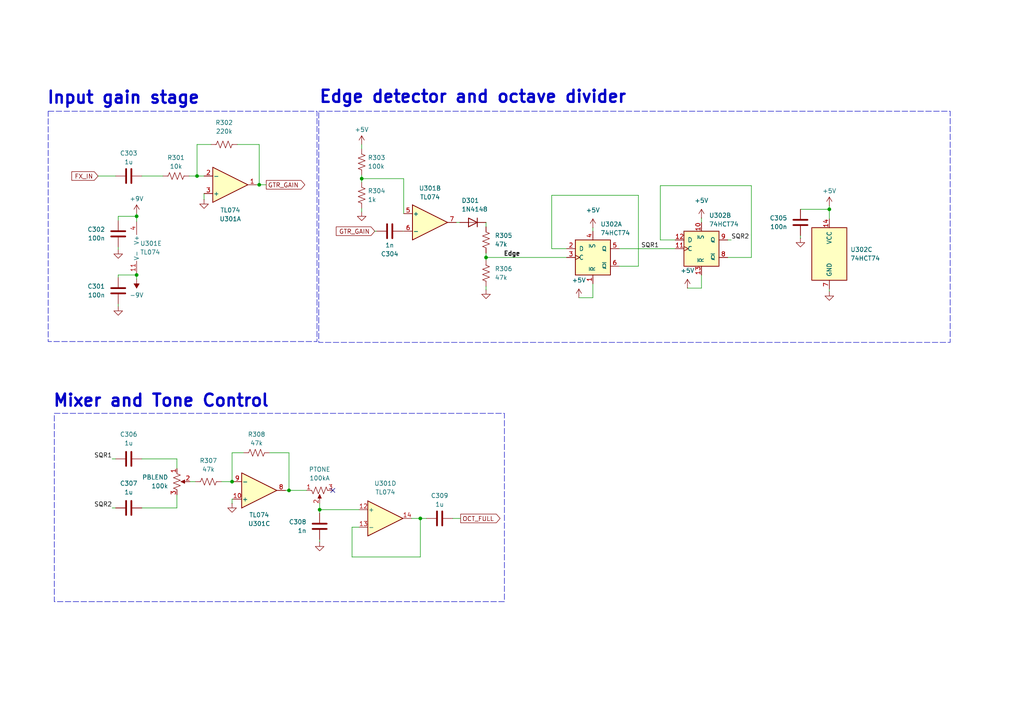
<source format=kicad_sch>
(kicad_sch (version 20231120) (generator "eeschema") (generator_version "8.0")
  (paper "A4")
  (lib_symbols
    (symbol "74xx:74HCT74" (pin_names (offset 1.016))
      (property "Reference" "U" (at -7.62 8.89 0))
      (property "Value" "74HCT74" (at -7.62 -8.89 0))
      (symbol "74HCT74_1_0"
        (pin input line (at 0 -7.62 90) (length 2.54) (name "~{R}") (number "1"))
        (pin input line (at -7.62 2.54 0) (length 2.54) (name "D") (number "2"))
        (pin input clock (at -7.62 0 0) (length 2.54) (name "C") (number "3"))
        (pin input line (at 0 7.62 270) (length 2.54) (name "~{S}") (number "4"))
        (pin output line (at 7.62 2.54 180) (length 2.54) (name "Q") (number "5"))
        (pin output line (at 7.62 -2.54 180) (length 2.54) (name "~{Q}") (number "6"))
      )
      (symbol "74HCT74_1_1"
        (rectangle (start -5.08 5.08) (end 5.08 -5.08) (stroke (width 0.254)) (fill (type background)))
      )
      (symbol "74HCT74_2_0"
        (pin input line (at 0 7.62 270) (length 2.54) (name "~{S}") (number "10"))
        (pin input clock (at -7.62 0 0) (length 2.54) (name "C") (number "11"))
        (pin input line (at -7.62 2.54 0) (length 2.54) (name "D") (number "12"))
        (pin input line (at 0 -7.62 90) (length 2.54) (name "~{R}") (number "13"))
        (pin output line (at 7.62 -2.54 180) (length 2.54) (name "~{Q}") (number "8"))
        (pin output line (at 7.62 2.54 180) (length 2.54) (name "Q") (number "9"))
      )
      (symbol "74HCT74_2_1"
        (rectangle (start -5.08 5.08) (end 5.08 -5.08) (stroke (width 0.254)) (fill (type background)))
      )
      (symbol "74HCT74_3_0"
        (pin power_in line (at 0 10.16 270) (length 2.54) (name "VCC") (number "14"))
        (pin power_in line (at 0 -10.16 90) (length 2.54) (name "GND") (number "7"))
      )
      (symbol "74HCT74_3_1"
        (rectangle (start -5.08 7.62) (end 5.08 -7.62) (stroke (width 0.254)) (fill (type background)))
      )
    )
    (symbol "Amplifier_Operational:TL074" (pin_names (offset 0.127))
      (property "Reference" "U" (at 0 5.08 0))
      (property "Value" "TL074" (at 0 -5.08 0))
      (symbol "TL074_1_1"
        (polyline (pts (xy -5.08 5.08) (xy 5.08 0) (xy -5.08 -5.08) (xy -5.08 5.08)) (stroke (width 0.254)) (fill (type background)))
        (pin output line (at 7.62 0 180) (length 2.54) (name "~") (number "1"))
        (pin input line (at -7.62 -2.54 0) (length 2.54) (name "-") (number "2"))
        (pin input line (at -7.62 2.54 0) (length 2.54) (name "+") (number "3"))
      )
      (symbol "TL074_2_1"
        (polyline (pts (xy -5.08 5.08) (xy 5.08 0) (xy -5.08 -5.08) (xy -5.08 5.08)) (stroke (width 0.254)) (fill (type background)))
        (pin input line (at -7.62 2.54 0) (length 2.54) (name "+") (number "5"))
        (pin input line (at -7.62 -2.54 0) (length 2.54) (name "-") (number "6"))
        (pin output line (at 7.62 0 180) (length 2.54) (name "~") (number "7"))
      )
      (symbol "TL074_3_1"
        (polyline (pts (xy -5.08 5.08) (xy 5.08 0) (xy -5.08 -5.08) (xy -5.08 5.08)) (stroke (width 0.254)) (fill (type background)))
        (pin input line (at -7.62 2.54 0) (length 2.54) (name "+") (number "10"))
        (pin output line (at 7.62 0 180) (length 2.54) (name "~") (number "8"))
        (pin input line (at -7.62 -2.54 0) (length 2.54) (name "-") (number "9"))
      )
      (symbol "TL074_4_1"
        (polyline (pts (xy -5.08 5.08) (xy 5.08 0) (xy -5.08 -5.08) (xy -5.08 5.08)) (stroke (width 0.254)) (fill (type background)))
        (pin input line (at -7.62 2.54 0) (length 2.54) (name "+") (number "12"))
        (pin input line (at -7.62 -2.54 0) (length 2.54) (name "-") (number "13"))
        (pin output line (at 7.62 0 180) (length 2.54) (name "~") (number "14"))
      )
      (symbol "TL074_5_1"
        (pin power_in line (at -2.54 -7.62 90) (length 3.81) (name "V-") (number "11"))
        (pin power_in line (at -2.54 7.62 270) (length 3.81) (name "V+") (number "4"))
      )
    )
    (symbol "Device:C" (pin_numbers hide) (pin_names (offset 0.254))
      (property "Reference" "C" (at 0.635 2.54 0))
      (property "Value" "C" (at 0.635 -2.54 0))
      (symbol "C_0_1"
        (polyline (pts (xy -2.032 -0.762) (xy 2.032 -0.762)) (stroke (width 0.508)))
        (polyline (pts (xy -2.032 0.762) (xy 2.032 0.762)) (stroke (width 0.508)))
      )
      (symbol "C_1_1"
        (pin passive line (at 0 3.81 270) (length 2.794) (name "~") (number "1"))
        (pin passive line (at 0 -3.81 90) (length 2.794) (name "~") (number "2"))
      )
    )
    (symbol "Device:R_Potentiometer_US" (pin_names (offset 1.016) hide)
      (property "Reference" "RV" (at -4.445 0 90))
      (property "Value" "R_Potentiometer_US" (at -2.54 0 90))
      (symbol "R_Potentiometer_US_0_1"
        (polyline (pts (xy 0 -2.286) (xy 0 -2.54)))
        (polyline (pts (xy 0 2.54) (xy 0 2.286)))
        (polyline (pts (xy 2.54 0) (xy 1.524 0)))
        (polyline (pts (xy 1.143 0) (xy 2.286 0.508) (xy 2.286 -0.508) (xy 1.143 0)) (fill (type outline)))
        (polyline (pts (xy 0 -0.762) (xy 1.016 -1.143) (xy 0 -1.524) (xy -1.016 -1.905) (xy 0 -2.286)))
        (polyline (pts (xy 0 0.762) (xy 1.016 0.381) (xy 0 0) (xy -1.016 -0.381) (xy 0 -0.762)))
        (polyline (pts (xy 0 2.286) (xy 1.016 1.905) (xy 0 1.524) (xy -1.016 1.143) (xy 0 0.762)))
      )
      (symbol "R_Potentiometer_US_1_1"
        (pin passive line (at 0 3.81 270) (length 1.27) (name "1") (number "1"))
        (pin passive line (at 3.81 0 180) (length 1.27) (name "2") (number "2"))
        (pin passive line (at 0 -3.81 90) (length 1.27) (name "3") (number "3"))
      )
    )
    (symbol "Device:R_US" (pin_numbers hide) (pin_names (offset 0))
      (property "Reference" "R" (at 2.54 0 90))
      (property "Value" "R_US" (at -2.54 0 90))
      (symbol "R_US_0_1"
        (polyline (pts (xy 0 -2.286) (xy 0 -2.54)))
        (polyline (pts (xy 0 2.286) (xy 0 2.54)))
        (polyline (pts (xy 0 -0.762) (xy 1.016 -1.143) (xy 0 -1.524) (xy -1.016 -1.905) (xy 0 -2.286)))
        (polyline (pts (xy 0 0.762) (xy 1.016 0.381) (xy 0 0) (xy -1.016 -0.381) (xy 0 -0.762)))
        (polyline (pts (xy 0 2.286) (xy 1.016 1.905) (xy 0 1.524) (xy -1.016 1.143) (xy 0 0.762)))
      )
      (symbol "R_US_1_1"
        (pin passive line (at 0 3.81 270) (length 1.27) (name "~") (number "1"))
        (pin passive line (at 0 -3.81 90) (length 1.27) (name "~") (number "2"))
      )
    )
    (symbol "Diode:1N4148" (pin_numbers hide) (pin_names hide)
      (property "Reference" "D" (at 0 2.54 0))
      (property "Value" "1N4148" (at 0 -2.54 0))
      (symbol "1N4148_0_1"
        (polyline (pts (xy -1.27 1.27) (xy -1.27 -1.27)) (stroke (width 0.254)))
        (polyline (pts (xy 1.27 0) (xy -1.27 0)))
        (polyline (pts (xy 1.27 1.27) (xy 1.27 -1.27) (xy -1.27 0) (xy 1.27 1.27)) (stroke (width 0.254)))
      )
      (symbol "1N4148_1_1"
        (pin passive line (at -3.81 0 0) (length 2.54) (name "K") (number "1"))
        (pin passive line (at 3.81 0 180) (length 2.54) (name "A") (number "2"))
      )
    )
    (symbol "power:+5V" (power) (pin_numbers hide) (pin_names (offset 0) hide)
      (property "Value" "+5V" (at 0 3.556 0))
      (symbol "+5V_0_1"
        (polyline (pts (xy -0.762 1.27) (xy 0 2.54)))
        (polyline (pts (xy 0 0) (xy 0 2.54)))
        (polyline (pts (xy 0 2.54) (xy 0.762 1.27)))
      )
      (symbol "+5V_1_1"
        (pin power_in line (at 0 0 90) (length 0) (name "~") (number "1"))
      )
    )
    (symbol "power:+9V" (power) (pin_numbers hide) (pin_names (offset 0) hide)
      (property "Value" "+9V" (at 0 3.556 0))
      (symbol "+9V_0_1"
        (polyline (pts (xy -0.762 1.27) (xy 0 2.54)))
        (polyline (pts (xy 0 0) (xy 0 2.54)))
        (polyline (pts (xy 0 2.54) (xy 0.762 1.27)))
      )
      (symbol "+9V_1_1"
        (pin power_in line (at 0 0 90) (length 0) (name "~") (number "1"))
      )
    )
    (symbol "power:-9V" (power) (pin_numbers hide) (pin_names (offset 0) hide)
      (property "Value" "-9V" (at 0 3.556 0))
      (symbol "-9V_0_1"
        (polyline (pts (xy 0 0) (xy 0 2.54)))
        (polyline (pts (xy 0.762 1.27) (xy -0.762 1.27) (xy 0 2.54) (xy 0.762 1.27)) (fill (type outline)))
      )
      (symbol "-9V_1_1"
        (pin power_in line (at 0 0 90) (length 0) (name "~") (number "1"))
      )
    )
    (symbol "power:GND" (power) (pin_numbers hide) (pin_names (offset 0) hide)
      (symbol "GND_0_1"
        (polyline (pts (xy 0 0) (xy 0 -1.27) (xy 1.27 -1.27) (xy 0 -2.54) (xy -1.27 -1.27) (xy 0 -1.27)))
      )
      (symbol "GND_1_1"
        (pin power_in line (at 0 0 270) (length 0) (name "~") (number "1"))
      )
    )
  )
  (junction (at 57.15 51.054))
  (junction (at 92.71 147.828))
  (junction (at 39.624 79.756))
  (junction (at 67.31 139.7))
  (junction (at 75.184 53.594))
  (junction (at 104.902 51.816))
  (junction (at 121.92 150.368))
  (junction (at 140.97 74.676))
  (junction (at 39.624 62.738))
  (junction (at 240.538 60.706))
  (junction (at 83.82 142.24))
  (no_connect (at 96.52 142.24))
  (wire (pts (xy 83.82 142.24) (xy 88.9 142.24)))
  (wire (pts (xy 179.578 72.136) (xy 195.834 72.136)))
  (wire (pts (xy 39.624 79.756) (xy 39.624 81.026)))
  (wire (pts (xy 57.15 41.91) (xy 57.15 51.054)))
  (wire (pts (xy 104.902 60.452) (xy 104.902 61.468)))
  (wire (pts (xy 54.864 51.054) (xy 57.15 51.054)))
  (wire (pts (xy 34.29 80.518) (xy 34.29 79.756)))
  (wire (pts (xy 34.29 64.008) (xy 34.29 62.738)))
  (wire (pts (xy 75.184 41.91) (xy 75.184 53.594)))
  (wire (pts (xy 203.454 63.246) (xy 203.454 64.516)))
  (wire (pts (xy 140.97 74.676) (xy 164.338 74.676)))
  (wire (pts (xy 140.97 74.676) (xy 140.97 75.438)))
  (wire (pts (xy 232.156 68.326) (xy 232.156 69.088)))
  (wire (pts (xy 132.334 64.516) (xy 133.35 64.516)))
  (wire (pts (xy 75.184 53.594) (xy 77.216 53.594)))
  (wire (pts (xy 32.512 147.32) (xy 33.528 147.32)))
  (wire (pts (xy 140.97 64.516) (xy 140.97 65.786)))
  (wire (pts (xy 34.29 88.138) (xy 34.29 88.9)))
  (wire (pts (xy 67.31 131.318) (xy 67.31 139.7)))
  (wire (pts (xy 51.308 147.32) (xy 51.308 143.51)))
  (wire (pts (xy 121.92 150.368) (xy 123.698 150.368)))
  (wire (pts (xy 108.712 67.056) (xy 109.22 67.056)))
  (wire (pts (xy 171.958 66.04) (xy 171.958 67.056)))
  (wire (pts (xy 39.624 79.502) (xy 39.624 79.756)))
  (wire (pts (xy 104.902 41.91) (xy 104.902 43.18)))
  (wire (pts (xy 191.516 69.596) (xy 191.516 53.848)))
  (wire (pts (xy 140.97 83.058) (xy 140.97 84.074)))
  (wire (pts (xy 92.71 156.464) (xy 92.71 157.226)))
  (wire (pts (xy 116.84 67.056) (xy 117.094 67.056)))
  (wire (pts (xy 67.31 139.7) (xy 67.564 139.7)))
  (wire (pts (xy 57.15 51.054) (xy 59.182 51.054)))
  (wire (pts (xy 41.148 147.32) (xy 51.308 147.32)))
  (wire (pts (xy 217.932 74.676) (xy 211.074 74.676)))
  (wire (pts (xy 117.094 61.976) (xy 117.094 51.816)))
  (wire (pts (xy 67.564 144.78) (xy 67.31 144.78)))
  (wire (pts (xy 55.118 139.7) (xy 56.642 139.7)))
  (wire (pts (xy 185.166 77.216) (xy 179.578 77.216)))
  (wire (pts (xy 140.97 73.406) (xy 140.97 74.676)))
  (wire (pts (xy 211.074 69.596) (xy 212.09 69.596)))
  (wire (pts (xy 41.148 51.054) (xy 47.244 51.054)))
  (wire (pts (xy 131.318 150.368) (xy 133.604 150.368)))
  (wire (pts (xy 104.902 51.816) (xy 104.902 52.832)))
  (wire (pts (xy 64.262 139.7) (xy 67.31 139.7)))
  (wire (pts (xy 117.094 51.816) (xy 104.902 51.816)))
  (wire (pts (xy 171.958 86.36) (xy 171.958 82.296)))
  (wire (pts (xy 39.624 61.976) (xy 39.624 62.738)))
  (wire (pts (xy 61.214 41.91) (xy 57.15 41.91)))
  (wire (pts (xy 185.166 56.642) (xy 185.166 77.216)))
  (wire (pts (xy 102.108 161.544) (xy 121.92 161.544)))
  (wire (pts (xy 59.182 56.134) (xy 59.182 57.912)))
  (wire (pts (xy 28.448 51.054) (xy 33.528 51.054)))
  (wire (pts (xy 240.538 59.69) (xy 240.538 60.706)))
  (wire (pts (xy 203.454 83.566) (xy 203.454 79.756)))
  (wire (pts (xy 34.29 62.738) (xy 39.624 62.738)))
  (wire (pts (xy 92.71 147.828) (xy 92.71 148.844)))
  (wire (pts (xy 195.834 69.596) (xy 191.516 69.596)))
  (wire (pts (xy 51.308 133.096) (xy 51.308 135.89)))
  (wire (pts (xy 104.902 50.8) (xy 104.902 51.816)))
  (wire (pts (xy 121.92 161.544) (xy 121.92 150.368)))
  (wire (pts (xy 39.624 62.738) (xy 39.624 64.262)))
  (wire (pts (xy 160.02 72.136) (xy 160.02 56.642)))
  (wire (pts (xy 164.338 72.136) (xy 160.02 72.136)))
  (wire (pts (xy 240.538 60.706) (xy 240.538 63.5)))
  (wire (pts (xy 41.148 133.096) (xy 51.308 133.096)))
  (wire (pts (xy 92.71 147.828) (xy 104.14 147.828)))
  (wire (pts (xy 70.612 131.318) (xy 67.31 131.318)))
  (wire (pts (xy 167.894 86.36) (xy 171.958 86.36)))
  (wire (pts (xy 92.71 146.05) (xy 92.71 147.828)))
  (wire (pts (xy 160.02 56.642) (xy 185.166 56.642)))
  (wire (pts (xy 121.92 150.368) (xy 119.38 150.368)))
  (wire (pts (xy 240.538 83.82) (xy 240.538 84.582)))
  (wire (pts (xy 199.39 83.566) (xy 203.454 83.566)))
  (wire (pts (xy 34.29 79.756) (xy 39.624 79.756)))
  (wire (pts (xy 83.82 142.24) (xy 82.804 142.24)))
  (wire (pts (xy 75.184 53.594) (xy 74.422 53.594)))
  (wire (pts (xy 78.232 131.318) (xy 83.82 131.318)))
  (wire (pts (xy 34.29 71.628) (xy 34.29 72.39)))
  (wire (pts (xy 232.156 60.706) (xy 240.538 60.706)))
  (wire (pts (xy 191.516 53.848) (xy 217.932 53.848)))
  (wire (pts (xy 67.31 144.78) (xy 67.31 146.05)))
  (wire (pts (xy 83.82 131.318) (xy 83.82 142.24)))
  (wire (pts (xy 104.14 152.908) (xy 102.108 152.908)))
  (wire (pts (xy 68.834 41.91) (xy 75.184 41.91)))
  (wire (pts (xy 32.512 133.096) (xy 33.528 133.096)))
  (wire (pts (xy 102.108 152.908) (xy 102.108 161.544)))
  (wire (pts (xy 217.932 53.848) (xy 217.932 74.676)))
  (rectangle (start 15.748 119.888) (end 146.304 174.498) (stroke (width 0) (type dash)))
  (rectangle (start 92.456 32.258) (end 275.59 99.314) (stroke (width 0) (type dash)))
  (rectangle (start 13.97 32.258) (end 91.948 99.06) (stroke (width 0) (type dash)))
  (text "Edge detector and octave divider" (at 137.16 28.194 0) (effects (font (size 3.5 3.5) (thickness 0.7) (bold yes))))
  (text "Input gain stage" (at 35.814 28.448 0) (effects (font (size 3.5 3.5) (thickness 0.7) (bold yes))))
  (text "Mixer and Tone Control" (at 46.736 116.332 0) (effects (font (size 3.5 3.5) (thickness 0.7) (bold yes))))
  (label "SQR1" (at 32.512 133.096 180))
  (label "SQR2" (at 212.09 69.596 0))
  (label "Edge" (at 146.05 74.676 0) (effects (font (bold yes))))
  (label "SQR2" (at 32.512 147.32 180))
  (label "SQR1" (at 185.928 72.136 0))
  (global_label "GTR_GAIN" (shape input) (at 108.712 67.056 180) (property "Intersheetrefs" "${INTERSHEET_REFS}" (effects (hide yes))))
  (global_label "FX_IN" (shape input) (at 28.448 51.054 180) (property "Intersheetrefs" "${INTERSHEET_REFS}" (effects (hide yes))))
  (global_label "GTR_GAIN" (shape output) (at 77.216 53.594 0) (property "Intersheetrefs" "${INTERSHEET_REFS}" (effects (hide yes))))
  (global_label "OCT_FULL" (shape output) (at 133.604 150.368 0) (property "Intersheetrefs" "${INTERSHEET_REFS}" (effects (hide yes))))
  (symbol (lib_id "power:GND") (at 67.31 146.05 0) (unit 1)
    (property "Reference" "#PWR0316" (effects (hide yes)))
    (property "Value" "GND" (effects (hide yes)))
    (property "Description" "Power symbol creates a global label with name \"GND\" , ground" (effects (hide yes)))
  )
  (symbol (lib_id "Device:C") (at 34.29 84.328 0) (unit 1)
    (property "Reference" "C301" (at 30.48 83.0579 0) (effects (justify right)))
    (property "Value" "100n" (at 30.48 85.5979 0) (effects (justify right)))
    (property "Description" "Unpolarized capacitor" (effects (hide yes)))
  )
  (symbol (lib_id "Device:R_US") (at 140.97 79.248 0) (unit 1)
    (property "Reference" "R306" (at 143.51 77.9779 0) (effects (justify left)))
    (property "Value" "47k" (at 143.51 80.5179 0) (effects (justify left)))
    (property "Description" "Resistor, US symbol" (effects (hide yes)))
  )
  (symbol (lib_id "power:GND") (at 140.97 84.074 0) (unit 1)
    (property "Reference" "#PWR0308" (effects (hide yes)))
    (property "Value" "GND" (effects (hide yes)))
    (property "Description" "Power symbol creates a global label with name \"GND\" , ground" (effects (hide yes)))
  )
  (symbol (lib_id "power:GND") (at 34.29 88.9 0) (unit 1)
    (property "Reference" "#PWR0303" (effects (hide yes)))
    (property "Value" "GND" (effects (hide yes)))
    (property "Description" "Power symbol creates a global label with name \"GND\" , ground" (effects (hide yes)))
  )
  (symbol (lib_id "Amplifier_Operational:TL074") (at 124.714 64.516 0) (unit 2)
    (property "Reference" "U301" (at 124.714 54.61 0))
    (property "Value" "TL074" (at 124.714 57.15 0))
    (property "Footprint" "Package_SO:SOIC-14_3.9x8.7mm_P1.27mm" (effects (hide yes)))
    (property "Datasheet" "http://www.ti.com/lit/ds/symlink/tl071.pdf" (effects (hide yes)))
    (property "Description" "Quad Low-Noise JFET-Input Operational Amplifiers, DIP-14/SOIC-14" (effects (hide yes)))
  )
  (symbol (lib_id "power:GND") (at 232.156 69.088 0) (unit 1)
    (property "Reference" "#PWR0310" (effects (hide yes)))
    (property "Value" "GND" (effects (hide yes)))
    (property "Description" "Power symbol creates a global label with name \"GND\" , ground" (effects (hide yes)))
  )
  (symbol (lib_id "Device:C") (at 113.03 67.056 90) (unit 1)
    (property "Reference" "C304" (at 113.03 73.66 90))
    (property "Value" "1n" (at 113.03 71.12 90))
    (property "Description" "Unpolarized capacitor" (effects (hide yes)))
  )
  (symbol (lib_id "Device:C") (at 34.29 67.818 0) (unit 1)
    (property "Reference" "C302" (at 30.48 66.5479 0) (effects (justify right)))
    (property "Value" "100n" (at 30.48 69.0879 0) (effects (justify right)))
    (property "Description" "Unpolarized capacitor" (effects (hide yes)))
  )
  (symbol (lib_id "Device:C") (at 37.338 51.054 90) (unit 1)
    (property "Reference" "C303" (at 37.338 44.45 90))
    (property "Value" "1u" (at 37.338 46.99 90))
    (property "Description" "Unpolarized capacitor" (effects (hide yes)))
  )
  (symbol (lib_id "power:GND") (at 240.538 84.582 0) (unit 1)
    (property "Reference" "#PWR0311" (effects (hide yes)))
    (property "Value" "GND" (effects (hide yes)))
    (property "Description" "Power symbol creates a global label with name \"GND\" , ground" (effects (hide yes)))
  )
  (symbol (lib_id "Device:C") (at 232.156 64.516 0) (unit 1)
    (property "Reference" "C305" (at 228.346 63.2459 0) (effects (justify right)))
    (property "Value" "100n" (at 228.346 65.7859 0) (effects (justify right)))
    (property "Description" "Unpolarized capacitor" (effects (hide yes)))
  )
  (symbol (lib_id "Device:R_US") (at 104.902 56.642 0) (unit 1)
    (property "Reference" "R304" (at 106.68 55.3719 0) (effects (justify left)))
    (property "Value" "1k" (at 106.68 57.9119 0) (effects (justify left)))
    (property "Description" "Resistor, US symbol" (effects (hide yes)))
  )
  (symbol (lib_id "Device:R_US") (at 51.054 51.054 90) (unit 1)
    (property "Reference" "R301" (at 51.054 45.72 90))
    (property "Value" "10k" (at 51.054 48.26 90))
    (property "Description" "Resistor, US symbol" (effects (hide yes)))
  )
  (symbol (lib_id "Device:R_Potentiometer_US") (at 92.71 142.24 90) (mirror x) (unit 1)
    (property "Reference" "PTONE" (at 92.71 136.144 90))
    (property "Value" "100kA" (at 92.71 138.684 90))
    (property "Description" "Potentiometer, US symbol" (effects (hide yes)))
  )
  (symbol (lib_id "74xx:74HCT74") (at 240.538 73.66 0) (unit 3)
    (property "Reference" "U302" (at 246.634 72.3899 0) (effects (justify left)))
    (property "Value" "74HCT74" (at 246.634 74.9299 0) (effects (justify left)))
    (property "Datasheet" "https://assets.nexperia.com/documents/data-sheet/74HC_HCT74.pdf" (effects (hide yes)))
    (property "Description" "Dual D Flip-flop, Set & Reset" (effects (hide yes)))
  )
  (symbol (lib_id "Device:C") (at 127.508 150.368 90) (unit 1)
    (property "Reference" "C309" (at 127.508 143.764 90))
    (property "Value" "1u" (at 127.508 146.304 90))
    (property "Description" "Unpolarized capacitor" (effects (hide yes)))
  )
  (symbol (lib_id "Amplifier_Operational:TL074") (at 111.76 150.368 0) (unit 4)
    (property "Reference" "U301" (at 111.76 140.208 0))
    (property "Value" "TL074" (at 111.76 142.748 0))
    (property "Footprint" "Package_SO:SOIC-14_3.9x8.7mm_P1.27mm" (effects (hide yes)))
    (property "Datasheet" "http://www.ti.com/lit/ds/symlink/tl071.pdf" (effects (hide yes)))
    (property "Description" "Quad Low-Noise JFET-Input Operational Amplifiers, DIP-14/SOIC-14" (effects (hide yes)))
  )
  (symbol (lib_id "Device:C") (at 92.71 152.654 0) (unit 1)
    (property "Reference" "C308" (at 88.9 151.3839 0) (effects (justify right)))
    (property "Value" "1n" (at 88.9 153.9239 0) (effects (justify right)))
    (property "Description" "Unpolarized capacitor" (effects (hide yes)))
  )
  (symbol (lib_id "Device:R_US") (at 65.024 41.91 90) (unit 1)
    (property "Reference" "R302" (at 65.024 35.56 90))
    (property "Value" "220k" (at 65.024 38.1 90))
    (property "Description" "Resistor, US symbol" (effects (hide yes)))
  )
  (symbol (lib_id "power:GND") (at 104.902 61.468 0) (unit 1)
    (property "Reference" "#PWR0306" (effects (hide yes)))
    (property "Value" "GND" (effects (hide yes)))
    (property "Description" "Power symbol creates a global label with name \"GND\" , ground" (effects (hide yes)))
  )
  (symbol (lib_id "Device:R_US") (at 60.452 139.7 90) (unit 1)
    (property "Reference" "R307" (at 60.452 133.604 90))
    (property "Value" "47k" (at 60.452 136.144 90))
    (property "Description" "Resistor, US symbol" (effects (hide yes)))
  )
  (symbol (lib_id "Device:R_US") (at 74.422 131.318 90) (unit 1)
    (property "Reference" "R308" (at 74.422 125.984 90))
    (property "Value" "47k" (at 74.422 128.524 90))
    (property "Description" "Resistor, US symbol" (effects (hide yes)))
  )
  (symbol (lib_id "power:GND") (at 59.182 57.912 0) (unit 1)
    (property "Reference" "#PWR0305" (effects (hide yes)))
    (property "Value" "GND" (effects (hide yes)))
    (property "Description" "Power symbol creates a global label with name \"GND\" , ground" (effects (hide yes)))
  )
  (symbol (lib_id "Device:R_US") (at 140.97 69.596 0) (unit 1)
    (property "Reference" "R305" (at 143.51 68.3259 0) (effects (justify left)))
    (property "Value" "47k" (at 143.51 70.8659 0) (effects (justify left)))
    (property "Description" "Resistor, US symbol" (effects (hide yes)))
  )
  (symbol (lib_id "Device:R_US") (at 104.902 46.99 0) (unit 1)
    (property "Reference" "R303" (at 106.68 45.7199 0) (effects (justify left)))
    (property "Value" "100k" (at 106.68 48.2599 0) (effects (justify left)))
    (property "Description" "Resistor, US symbol" (effects (hide yes)))
  )
  (symbol (lib_id "Device:C") (at 37.338 147.32 90) (unit 1)
    (property "Reference" "C307" (at 37.338 140.208 90))
    (property "Value" "1u" (at 37.338 142.748 90))
    (property "Description" "Unpolarized capacitor" (effects (hide yes)))
  )
  (symbol (lib_id "74xx:74HCT74") (at 203.454 72.136 0) (unit 2)
    (property "Reference" "U302" (at 205.6481 62.484 0) (effects (justify left)))
    (property "Value" "74HCT74" (at 205.6481 65.024 0) (effects (justify left)))
    (property "Datasheet" "https://assets.nexperia.com/documents/data-sheet/74HC_HCT74.pdf" (effects (hide yes)))
    (property "Description" "Dual D Flip-flop, Set & Reset" (effects (hide yes)))
  )
  (symbol (lib_id "Amplifier_Operational:TL074") (at 75.184 142.24 0) (mirror x) (unit 3)
    (property "Reference" "U301" (at 75.184 151.892 0))
    (property "Value" "TL074" (at 75.184 149.352 0))
    (property "Footprint" "Package_SO:SOIC-14_3.9x8.7mm_P1.27mm" (effects (hide yes)))
    (property "Datasheet" "http://www.ti.com/lit/ds/symlink/tl071.pdf" (effects (hide yes)))
    (property "Description" "Quad Low-Noise JFET-Input Operational Amplifiers, DIP-14/SOIC-14" (effects (hide yes)))
  )
  (symbol (lib_id "Amplifier_Operational:TL074") (at 66.802 53.594 0) (mirror x) (unit 1)
    (property "Reference" "U301" (at 66.802 63.5 0))
    (property "Value" "TL074" (at 66.802 60.96 0))
    (property "Footprint" "Package_SO:SOIC-14_3.9x8.7mm_P1.27mm" (effects (hide yes)))
    (property "Datasheet" "http://www.ti.com/lit/ds/symlink/tl071.pdf" (effects (hide yes)))
    (property "Description" "Quad Low-Noise JFET-Input Operational Amplifiers, DIP-14/SOIC-14" (effects (hide yes)))
  )
  (symbol (lib_id "power:+5V") (at 167.894 86.36 0) (unit 1)
    (property "Reference" "#PWR0313" (effects (hide yes)))
    (property "Value" "+5V" (at 167.894 81.28 0))
    (property "Description" "Power symbol creates a global label with name \"+5V\"" (effects (hide yes)))
  )
  (symbol (lib_id "74xx:74HCT74") (at 171.958 74.676 0) (unit 1)
    (property "Reference" "U302" (at 174.1521 65.024 0) (effects (justify left)))
    (property "Value" "74HCT74" (at 174.1521 67.564 0) (effects (justify left)))
    (property "Datasheet" "https://assets.nexperia.com/documents/data-sheet/74HC_HCT74.pdf" (effects (hide yes)))
    (property "Description" "Dual D Flip-flop, Set & Reset" (effects (hide yes)))
  )
  (symbol (lib_id "power:+5V") (at 240.538 59.69 0) (unit 1)
    (property "Reference" "#PWR0309" (effects (hide yes)))
    (property "Value" "+5V" (at 240.538 55.372 0))
    (property "Description" "Power symbol creates a global label with name \"+5V\"" (effects (hide yes)))
  )
  (symbol (lib_id "power:GND") (at 34.29 72.39 0) (unit 1)
    (property "Reference" "#PWR0304" (effects (hide yes)))
    (property "Value" "GND" (effects (hide yes)))
    (property "Description" "Power symbol creates a global label with name \"GND\" , ground" (effects (hide yes)))
  )
  (symbol (lib_id "Device:R_Potentiometer_US") (at 51.308 139.7 0) (unit 1)
    (property "Reference" "PBLEND" (at 48.768 138.4299 0) (effects (justify right)))
    (property "Value" "100k" (at 48.768 140.9699 0) (effects (justify right)))
    (property "Description" "Potentiometer, US symbol" (effects (hide yes)))
  )
  (symbol (lib_id "power:-9V") (at 39.624 81.026 180) (unit 1)
    (property "Reference" "#PWR0302" (effects (hide yes)))
    (property "Value" "-9V" (at 39.624 85.598 0))
    (property "Description" "Power symbol creates a global label with name \"-9V\"" (effects (hide yes)))
  )
  (symbol (lib_id "power:+5V") (at 203.454 63.246 0) (unit 1)
    (property "Reference" "#PWR0315" (effects (hide yes)))
    (property "Value" "+5V" (at 203.454 58.166 0))
    (property "Description" "Power symbol creates a global label with name \"+5V\"" (effects (hide yes)))
  )
  (symbol (lib_id "power:+5V") (at 199.39 83.566 0) (unit 1)
    (property "Reference" "#PWR0314" (effects (hide yes)))
    (property "Value" "+5V" (at 199.39 78.486 0))
    (property "Description" "Power symbol creates a global label with name \"+5V\"" (effects (hide yes)))
  )
  (symbol (lib_id "power:+9V") (at 39.624 61.976 0) (unit 1)
    (property "Reference" "#PWR0301" (effects (hide yes)))
    (property "Value" "+9V" (at 39.624 57.658 0))
    (property "Description" "Power symbol creates a global label with name \"+9V\"" (effects (hide yes)))
  )
  (symbol (lib_id "Diode:1N4148") (at 137.16 64.516 180) (unit 1)
    (property "Reference" "D301" (at 133.858 58.166 0) (effects (justify right)))
    (property "Value" "1N4148" (at 133.858 60.706 0) (effects (justify right)))
    (property "Footprint" "Diode_SMD:D_SOD-123" (effects (hide yes)))
    (property "Datasheet" "https://assets.nexperia.com/documents/data-sheet/1N4148_1N4448.pdf" (effects (hide yes)))
    (property "Sim.Device" "D" (effects (hide yes)))
    (property "Sim.Pins" "1=K 2=A" (effects (hide yes)))
  )
  (symbol (lib_id "power:+5V") (at 104.902 41.91 0) (unit 1)
    (property "Reference" "#PWR0307" (effects (hide yes)))
    (property "Value" "+5V" (at 104.902 37.592 0))
    (property "Description" "Power symbol creates a global label with name \"+5V\"" (effects (hide yes)))
  )
  (symbol (lib_id "Device:C") (at 37.338 133.096 90) (unit 1)
    (property "Reference" "C306" (at 37.338 125.984 90))
    (property "Value" "1u" (at 37.338 128.524 90))
    (property "Description" "Unpolarized capacitor" (effects (hide yes)))
  )
  (symbol (lib_id "Amplifier_Operational:TL074") (at 42.164 71.882 0) (unit 5)
    (property "Reference" "U301" (at 40.64 70.6119 0) (effects (justify left)))
    (property "Value" "TL074" (at 40.64 73.1519 0) (effects (justify left)))
    (property "Footprint" "Package_SO:SOIC-14_3.9x8.7mm_P1.27mm" (effects (hide yes)))
    (property "Datasheet" "http://www.ti.com/lit/ds/symlink/tl071.pdf" (effects (hide yes)))
    (property "Description" "Quad Low-Noise JFET-Input Operational Amplifiers, DIP-14/SOIC-14" (effects (hide yes)))
  )
  (symbol (lib_id "power:GND") (at 92.71 157.226 0) (unit 1)
    (property "Reference" "#PWR0317" (effects (hide yes)))
    (property "Value" "GND" (effects (hide yes)))
    (property "Description" "Power symbol creates a global label with name \"GND\" , ground" (effects (hide yes)))
  )
  (symbol (lib_id "power:+5V") (at 171.958 66.04 0) (unit 1)
    (property "Reference" "#PWR0312" (effects (hide yes)))
    (property "Value" "+5V" (at 171.958 60.96 0))
    (property "Description" "Power symbol creates a global label with name \"+5V\"" (effects (hide yes)))
  )
)
</source>
